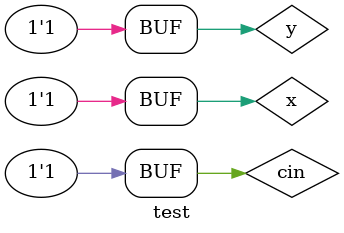
<source format=v>
`timescale 1ns / 1ps


module test;

	// Inputs
	reg x;
	reg y;
	reg cin;

	// Outputs
	wire cout;
	wire s;

	// Instantiate the Unit Under Test (UUT)
	full_adder uut (
		.cout(cout), 
		.s(s), 
		.x(x), 
		.y(y), 
		.cin(cin)
	);

	initial begin
		// Initialize Inputs
		x = 0;
		y = 0;
		cin = 0;

		// Wait 100 ns for global reset to finish
		#100;
		
		x = 0;
		y = 0;
		cin = 1;

		// Wait 100 ns for global reset to finish
		#100;
		
		x = 0;
		y = 1;
		cin = 0;

		// Wait 100 ns for global reset to finish
		#100;
		
		x = 0;
		y = 1;
		cin = 1;

		// Wait 100 ns for global reset to finish
		#100;
		
		x = 1;
		y = 0;
		cin = 0;

		// Wait 100 ns for global reset to finish
		#100;
		
		x = 1;
		y = 0;
		cin = 1;

		// Wait 100 ns for global reset to finish
		#100;
		
		x = 1;
		y = 1;
		cin = 0;

		// Wait 100 ns for global reset to finish
		#100;
		
		x = 1;
		y = 1;
		cin = 1;

		// Wait 100 ns for global reset to finish
		#100;
        
		// Add stimulus here

	end
      
endmodule


</source>
